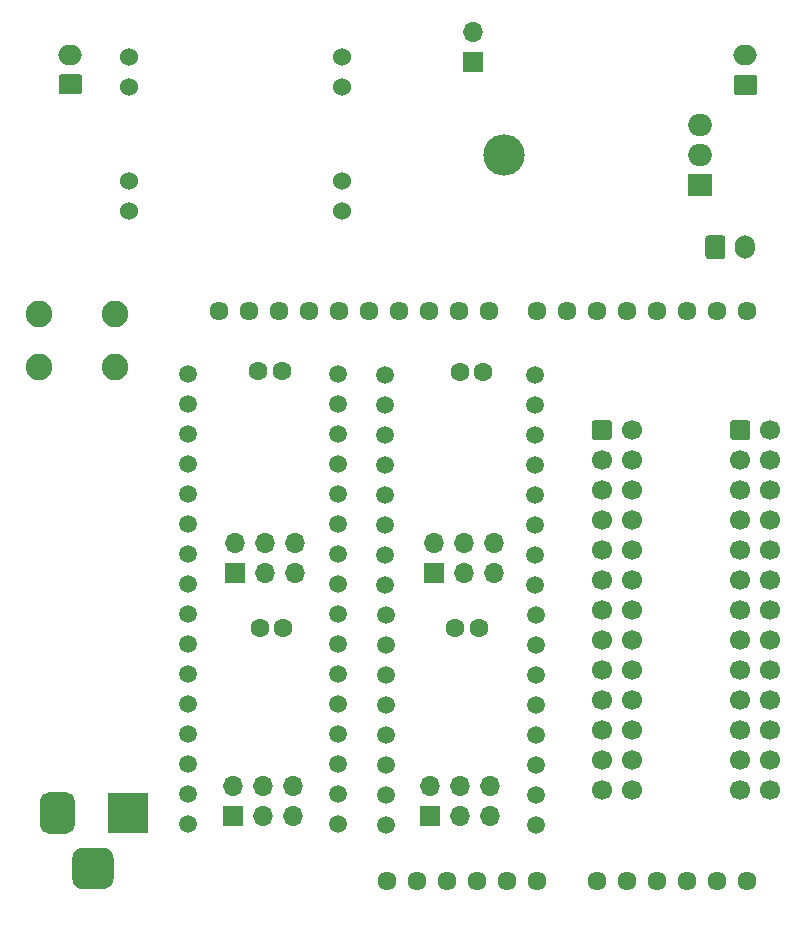
<source format=gbs>
%TF.GenerationSoftware,KiCad,Pcbnew,5.1.6-c6e7f7d~87~ubuntu20.04.1*%
%TF.CreationDate,2021-10-31T15:52:52+01:00*%
%TF.ProjectId,sb-cnc-shield,73622d63-6e63-42d7-9368-69656c642e6b,rev?*%
%TF.SameCoordinates,Original*%
%TF.FileFunction,Soldermask,Bot*%
%TF.FilePolarity,Negative*%
%FSLAX46Y46*%
G04 Gerber Fmt 4.6, Leading zero omitted, Abs format (unit mm)*
G04 Created by KiCad (PCBNEW 5.1.6-c6e7f7d~87~ubuntu20.04.1) date 2021-10-31 15:52:52*
%MOMM*%
%LPD*%
G01*
G04 APERTURE LIST*
%ADD10C,1.700000*%
%ADD11O,3.500000X3.500000*%
%ADD12R,2.000000X1.905000*%
%ADD13O,2.000000X1.905000*%
%ADD14O,2.000000X1.700000*%
%ADD15C,1.610000*%
%ADD16C,2.250000*%
%ADD17C,1.510000*%
%ADD18R,3.500000X3.500000*%
%ADD19C,1.600000*%
%ADD20R,1.700000X1.700000*%
%ADD21O,1.700000X1.700000*%
%ADD22O,1.700000X2.000000*%
%ADD23C,1.524000*%
G04 APERTURE END LIST*
D10*
%TO.C,conn26_0*%
X179283000Y-109480000D03*
X179283000Y-106940000D03*
X179283000Y-104400000D03*
X179283000Y-101860000D03*
X179283000Y-99320000D03*
X179283000Y-96780000D03*
X179283000Y-94240000D03*
X179283000Y-91700000D03*
X179283000Y-89160000D03*
X179283000Y-86620000D03*
X179283000Y-84080000D03*
X179283000Y-81540000D03*
X179283000Y-79000000D03*
X176743000Y-109480000D03*
X176743000Y-106940000D03*
X176743000Y-104400000D03*
X176743000Y-101860000D03*
X176743000Y-99320000D03*
X176743000Y-96780000D03*
X176743000Y-94240000D03*
X176743000Y-91700000D03*
X176743000Y-89160000D03*
X176743000Y-86620000D03*
X176743000Y-84080000D03*
X176743000Y-81540000D03*
G36*
G01*
X175893000Y-79600000D02*
X175893000Y-78400000D01*
G75*
G02*
X176143000Y-78150000I250000J0D01*
G01*
X177343000Y-78150000D01*
G75*
G02*
X177593000Y-78400000I0J-250000D01*
G01*
X177593000Y-79600000D01*
G75*
G02*
X177343000Y-79850000I-250000J0D01*
G01*
X176143000Y-79850000D01*
G75*
G02*
X175893000Y-79600000I0J250000D01*
G01*
G37*
%TD*%
%TO.C,conn26_1*%
G36*
G01*
X164180000Y-79600000D02*
X164180000Y-78400000D01*
G75*
G02*
X164430000Y-78150000I250000J0D01*
G01*
X165630000Y-78150000D01*
G75*
G02*
X165880000Y-78400000I0J-250000D01*
G01*
X165880000Y-79600000D01*
G75*
G02*
X165630000Y-79850000I-250000J0D01*
G01*
X164430000Y-79850000D01*
G75*
G02*
X164180000Y-79600000I0J250000D01*
G01*
G37*
X165030000Y-81540000D03*
X165030000Y-84080000D03*
X165030000Y-86620000D03*
X165030000Y-89160000D03*
X165030000Y-91700000D03*
X165030000Y-94240000D03*
X165030000Y-96780000D03*
X165030000Y-99320000D03*
X165030000Y-101860000D03*
X165030000Y-104400000D03*
X165030000Y-106940000D03*
X165030000Y-109480000D03*
X167570000Y-79000000D03*
X167570000Y-81540000D03*
X167570000Y-84080000D03*
X167570000Y-86620000D03*
X167570000Y-89160000D03*
X167570000Y-91700000D03*
X167570000Y-94240000D03*
X167570000Y-96780000D03*
X167570000Y-99320000D03*
X167570000Y-101860000D03*
X167570000Y-104400000D03*
X167570000Y-106940000D03*
X167570000Y-109480000D03*
%TD*%
D11*
%TO.C,Q0*%
X156720000Y-55727600D03*
D12*
X173380000Y-58267600D03*
D13*
X173380000Y-55727600D03*
X173380000Y-53187600D03*
%TD*%
%TO.C,pi_5V1*%
G36*
G01*
X120790000Y-50583200D02*
X119290000Y-50583200D01*
G75*
G02*
X119040000Y-50333200I0J250000D01*
G01*
X119040000Y-49133200D01*
G75*
G02*
X119290000Y-48883200I250000J0D01*
G01*
X120790000Y-48883200D01*
G75*
G02*
X121040000Y-49133200I0J-250000D01*
G01*
X121040000Y-50333200D01*
G75*
G02*
X120790000Y-50583200I-250000J0D01*
G01*
G37*
D14*
X120040000Y-47233200D03*
%TD*%
D15*
%TO.C,U1*%
X177358000Y-117180000D03*
X174818000Y-117180000D03*
X172278000Y-117180000D03*
X164658000Y-117180000D03*
X167198000Y-117180000D03*
X169738000Y-117180000D03*
X159578000Y-117180000D03*
X157038000Y-117180000D03*
X154498000Y-117180000D03*
X149418000Y-117180000D03*
X146878000Y-117180000D03*
X177358000Y-68920000D03*
X174818000Y-68920000D03*
X172278000Y-68920000D03*
X169738000Y-68920000D03*
X167198000Y-68920000D03*
X164658000Y-68920000D03*
X162118000Y-68920000D03*
X159578000Y-68920000D03*
X155514000Y-68920000D03*
X152974000Y-68920000D03*
X150434000Y-68920000D03*
X147894000Y-68920000D03*
X145354000Y-68920000D03*
X142814000Y-68920000D03*
X140274000Y-68920000D03*
X137734000Y-68920000D03*
X151958000Y-117180000D03*
X135194000Y-68920000D03*
X132654000Y-68920000D03*
%TD*%
D16*
%TO.C,SW1*%
X117348000Y-73689600D03*
X123848000Y-73689600D03*
X117348000Y-69189600D03*
X123848000Y-69189600D03*
%TD*%
D17*
%TO.C,U2*%
X130033000Y-74229000D03*
X130033000Y-76769000D03*
X130033000Y-79309000D03*
X130033000Y-81849000D03*
X130033000Y-84389000D03*
X130033000Y-86929000D03*
X130033000Y-89469000D03*
X130033000Y-92009000D03*
X142733000Y-92009000D03*
X142733000Y-89469000D03*
X142733000Y-86929000D03*
X142733000Y-84389000D03*
X142733000Y-81849000D03*
X142733000Y-79309000D03*
X142733000Y-76769000D03*
X142733000Y-74229000D03*
%TD*%
%TO.C,U4*%
X130033000Y-94549000D03*
X130033000Y-97089000D03*
X130033000Y-99629000D03*
X130033000Y-102169000D03*
X130033000Y-104709000D03*
X130033000Y-107249000D03*
X130033000Y-109789000D03*
X130033000Y-112329000D03*
X142733000Y-112329000D03*
X142733000Y-109789000D03*
X142733000Y-107249000D03*
X142733000Y-104709000D03*
X142733000Y-102169000D03*
X142733000Y-99629000D03*
X142733000Y-97089000D03*
X142733000Y-94549000D03*
%TD*%
%TO.C,U5*%
X146746000Y-94625200D03*
X146746000Y-97165200D03*
X146746000Y-99705200D03*
X146746000Y-102245200D03*
X146746000Y-104785200D03*
X146746000Y-107325200D03*
X146746000Y-109865200D03*
X146746000Y-112405200D03*
X159446000Y-112405200D03*
X159446000Y-109865200D03*
X159446000Y-107325200D03*
X159446000Y-104785200D03*
X159446000Y-102245200D03*
X159446000Y-99705200D03*
X159446000Y-97165200D03*
X159446000Y-94625200D03*
%TD*%
%TO.C,U3*%
X146670000Y-74305200D03*
X146670000Y-76845200D03*
X146670000Y-79385200D03*
X146670000Y-81925200D03*
X146670000Y-84465200D03*
X146670000Y-87005200D03*
X146670000Y-89545200D03*
X146670000Y-92085200D03*
X159370000Y-92085200D03*
X159370000Y-89545200D03*
X159370000Y-87005200D03*
X159370000Y-84465200D03*
X159370000Y-81925200D03*
X159370000Y-79385200D03*
X159370000Y-76845200D03*
X159370000Y-74305200D03*
%TD*%
D18*
%TO.C,P8*%
X124938000Y-111420000D03*
G36*
G01*
X117438000Y-112420000D02*
X117438000Y-110420000D01*
G75*
G02*
X118188000Y-109670000I750000J0D01*
G01*
X119688000Y-109670000D01*
G75*
G02*
X120438000Y-110420000I0J-750000D01*
G01*
X120438000Y-112420000D01*
G75*
G02*
X119688000Y-113170000I-750000J0D01*
G01*
X118188000Y-113170000D01*
G75*
G02*
X117438000Y-112420000I0J750000D01*
G01*
G37*
G36*
G01*
X120188000Y-116995000D02*
X120188000Y-115245000D01*
G75*
G02*
X121063000Y-114370000I875000J0D01*
G01*
X122813000Y-114370000D01*
G75*
G02*
X123688000Y-115245000I0J-875000D01*
G01*
X123688000Y-116995000D01*
G75*
G02*
X122813000Y-117870000I-875000J0D01*
G01*
X121063000Y-117870000D01*
G75*
G02*
X120188000Y-116995000I0J875000D01*
G01*
G37*
%TD*%
D19*
%TO.C,C1*%
X135956000Y-73980100D03*
X137956000Y-73980100D03*
%TD*%
%TO.C,C2*%
X154989000Y-74051200D03*
X152989000Y-74051200D03*
%TD*%
%TO.C,C3*%
X136052000Y-95778400D03*
X138052000Y-95778400D03*
%TD*%
%TO.C,C4*%
X154633000Y-95778400D03*
X152633000Y-95778400D03*
%TD*%
D20*
%TO.C,P10*%
X154102000Y-47879000D03*
D21*
X154102000Y-45339000D03*
%TD*%
%TO.C,l_pwr1*%
G36*
G01*
X177940000Y-50634000D02*
X176440000Y-50634000D01*
G75*
G02*
X176190000Y-50384000I0J250000D01*
G01*
X176190000Y-49184000D01*
G75*
G02*
X176440000Y-48934000I250000J0D01*
G01*
X177940000Y-48934000D01*
G75*
G02*
X178190000Y-49184000I0J-250000D01*
G01*
X178190000Y-50384000D01*
G75*
G02*
X177940000Y-50634000I-250000J0D01*
G01*
G37*
D14*
X177190000Y-47284000D03*
%TD*%
D22*
%TO.C,Pump1*%
X177150000Y-63525400D03*
G36*
G01*
X173800000Y-64275400D02*
X173800000Y-62775400D01*
G75*
G02*
X174050000Y-62525400I250000J0D01*
G01*
X175250000Y-62525400D01*
G75*
G02*
X175500000Y-62775400I0J-250000D01*
G01*
X175500000Y-64275400D01*
G75*
G02*
X175250000Y-64525400I-250000J0D01*
G01*
X174050000Y-64525400D01*
G75*
G02*
X173800000Y-64275400I0J250000D01*
G01*
G37*
%TD*%
D20*
%TO.C,MSA1*%
X150480000Y-111643000D03*
D21*
X150480000Y-109103000D03*
X153020000Y-111643000D03*
X153020000Y-109103000D03*
X155560000Y-111643000D03*
X155560000Y-109103000D03*
%TD*%
D20*
%TO.C,MSY1*%
X150835000Y-91145400D03*
D21*
X150835000Y-88605400D03*
X153375000Y-91145400D03*
X153375000Y-88605400D03*
X155915000Y-91145400D03*
X155915000Y-88605400D03*
%TD*%
%TO.C,MSZ1*%
X138923000Y-109129000D03*
X138923000Y-111669000D03*
X136383000Y-109129000D03*
X136383000Y-111669000D03*
X133843000Y-109129000D03*
D20*
X133843000Y-111669000D03*
%TD*%
%TO.C,MSX1*%
X133945000Y-91145400D03*
D21*
X133945000Y-88605400D03*
X136485000Y-91145400D03*
X136485000Y-88605400D03*
X139025000Y-91145400D03*
X139025000Y-88605400D03*
%TD*%
D23*
%TO.C,MP1584EN_DC-DC1*%
X143036000Y-47384200D03*
X143036000Y-49924200D03*
X143036000Y-57924200D03*
X143036000Y-60464200D03*
X125036000Y-57924200D03*
X125036000Y-60464200D03*
X125036000Y-49924200D03*
X125036000Y-47384200D03*
%TD*%
M02*

</source>
